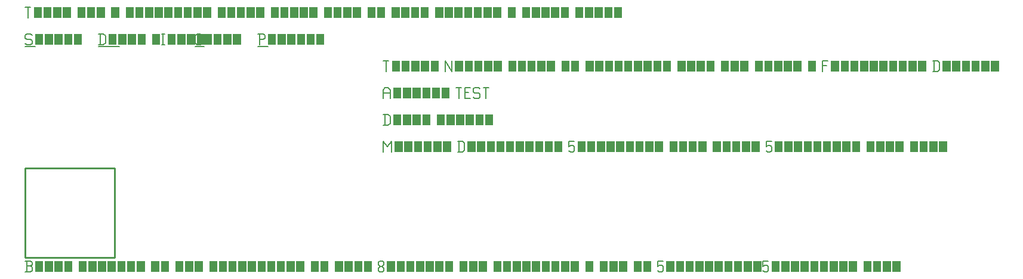
<source format=gbr>
G04 start of page 4 for group -1 layer_idx 268435461 *
G04 Title: Normal lines at different size and angle, <virtual group> *
G04 Creator: <version>
G04 CreationDate: <date>
G04 For: TEST *
G04 Format: Gerber/RS-274X *
G04 PCB-Dimensions: 50000 50000 *
G04 PCB-Coordinate-Origin: lower left *
%MOIN*%
%FSLAX25Y25*%
%LNLOGICAL_VIRTUAL_FAB_NONE*%
%ADD18C,0.0100*%
%ADD17C,0.0001*%
%ADD16C,0.0060*%
G54D16*X3000Y125000D02*X3750Y124250D01*
X750Y125000D02*X3000D01*
X0Y124250D02*X750Y125000D01*
X0Y124250D02*Y122750D01*
X750Y122000D01*
X3000D01*
X3750Y121250D01*
Y119750D01*
X3000Y119000D02*X3750Y119750D01*
X750Y119000D02*X3000D01*
X0Y119750D02*X750Y119000D01*
G54D17*G36*
X5550Y125000D02*X10050D01*
Y119000D01*
X5550D01*
Y125000D01*
G37*
G36*
X10950D02*X15450D01*
Y119000D01*
X10950D01*
Y125000D01*
G37*
G36*
X16350D02*X20850D01*
Y119000D01*
X16350D01*
Y125000D01*
G37*
G36*
X21750D02*X26250D01*
Y119000D01*
X21750D01*
Y125000D01*
G37*
G36*
X27150D02*X31650D01*
Y119000D01*
X27150D01*
Y125000D01*
G37*
G54D16*X0Y118000D02*X5550D01*
X41750Y125000D02*Y119000D01*
X43700Y125000D02*X44750Y123950D01*
Y120050D01*
X43700Y119000D02*X44750Y120050D01*
X41000Y119000D02*X43700D01*
X41000Y125000D02*X43700D01*
G54D17*G36*
X46550D02*X51050D01*
Y119000D01*
X46550D01*
Y125000D01*
G37*
G36*
X51950D02*X56450D01*
Y119000D01*
X51950D01*
Y125000D01*
G37*
G36*
X57350D02*X61850D01*
Y119000D01*
X57350D01*
Y125000D01*
G37*
G36*
X62750D02*X67250D01*
Y119000D01*
X62750D01*
Y125000D01*
G37*
G36*
X70850D02*X75350D01*
Y119000D01*
X70850D01*
Y125000D01*
G37*
G54D16*X76250D02*X77750D01*
X77000D02*Y119000D01*
X76250D02*X77750D01*
G54D17*G36*
X79550Y125000D02*X84050D01*
Y119000D01*
X79550D01*
Y125000D01*
G37*
G36*
X84950D02*X89450D01*
Y119000D01*
X84950D01*
Y125000D01*
G37*
G36*
X90350D02*X94850D01*
Y119000D01*
X90350D01*
Y125000D01*
G37*
G36*
X95750D02*X100250D01*
Y119000D01*
X95750D01*
Y125000D01*
G37*
G54D16*X41000Y118000D02*X52550D01*
X96050Y119000D02*X98000D01*
X95000Y120050D02*X96050Y119000D01*
X95000Y123950D02*Y120050D01*
Y123950D02*X96050Y125000D01*
X98000D01*
G54D17*G36*
X99800D02*X104300D01*
Y119000D01*
X99800D01*
Y125000D01*
G37*
G36*
X105200D02*X109700D01*
Y119000D01*
X105200D01*
Y125000D01*
G37*
G36*
X110600D02*X115100D01*
Y119000D01*
X110600D01*
Y125000D01*
G37*
G36*
X116000D02*X120500D01*
Y119000D01*
X116000D01*
Y125000D01*
G37*
G54D16*X95000Y118000D02*X99800D01*
X130750Y125000D02*Y119000D01*
X130000Y125000D02*X133000D01*
X133750Y124250D01*
Y122750D01*
X133000Y122000D02*X133750Y122750D01*
X130750Y122000D02*X133000D01*
G54D17*G36*
X135550Y125000D02*X140050D01*
Y119000D01*
X135550D01*
Y125000D01*
G37*
G36*
X140950D02*X145450D01*
Y119000D01*
X140950D01*
Y125000D01*
G37*
G36*
X146350D02*X150850D01*
Y119000D01*
X146350D01*
Y125000D01*
G37*
G36*
X151750D02*X156250D01*
Y119000D01*
X151750D01*
Y125000D01*
G37*
G36*
X157150D02*X161650D01*
Y119000D01*
X157150D01*
Y125000D01*
G37*
G36*
X162550D02*X167050D01*
Y119000D01*
X162550D01*
Y125000D01*
G37*
G54D16*X130000Y118000D02*X135550D01*
X0Y140000D02*X3000D01*
X1500D02*Y134000D01*
G54D17*G36*
X4800Y140000D02*X9300D01*
Y134000D01*
X4800D01*
Y140000D01*
G37*
G36*
X10200D02*X14700D01*
Y134000D01*
X10200D01*
Y140000D01*
G37*
G36*
X15600D02*X20100D01*
Y134000D01*
X15600D01*
Y140000D01*
G37*
G36*
X21000D02*X25500D01*
Y134000D01*
X21000D01*
Y140000D01*
G37*
G36*
X29100D02*X33600D01*
Y134000D01*
X29100D01*
Y140000D01*
G37*
G36*
X34500D02*X39000D01*
Y134000D01*
X34500D01*
Y140000D01*
G37*
G36*
X39900D02*X44400D01*
Y134000D01*
X39900D01*
Y140000D01*
G37*
G36*
X48000D02*X52500D01*
Y134000D01*
X48000D01*
Y140000D01*
G37*
G36*
X56100D02*X60600D01*
Y134000D01*
X56100D01*
Y140000D01*
G37*
G36*
X61500D02*X66000D01*
Y134000D01*
X61500D01*
Y140000D01*
G37*
G36*
X66900D02*X71400D01*
Y134000D01*
X66900D01*
Y140000D01*
G37*
G36*
X72300D02*X76800D01*
Y134000D01*
X72300D01*
Y140000D01*
G37*
G36*
X77700D02*X82200D01*
Y134000D01*
X77700D01*
Y140000D01*
G37*
G36*
X83100D02*X87600D01*
Y134000D01*
X83100D01*
Y140000D01*
G37*
G36*
X88500D02*X93000D01*
Y134000D01*
X88500D01*
Y140000D01*
G37*
G36*
X93900D02*X98400D01*
Y134000D01*
X93900D01*
Y140000D01*
G37*
G36*
X99300D02*X103800D01*
Y134000D01*
X99300D01*
Y140000D01*
G37*
G36*
X107400D02*X111900D01*
Y134000D01*
X107400D01*
Y140000D01*
G37*
G36*
X112800D02*X117300D01*
Y134000D01*
X112800D01*
Y140000D01*
G37*
G36*
X118200D02*X122700D01*
Y134000D01*
X118200D01*
Y140000D01*
G37*
G36*
X123600D02*X128100D01*
Y134000D01*
X123600D01*
Y140000D01*
G37*
G36*
X129000D02*X133500D01*
Y134000D01*
X129000D01*
Y140000D01*
G37*
G36*
X137100D02*X141600D01*
Y134000D01*
X137100D01*
Y140000D01*
G37*
G36*
X142500D02*X147000D01*
Y134000D01*
X142500D01*
Y140000D01*
G37*
G36*
X147900D02*X152400D01*
Y134000D01*
X147900D01*
Y140000D01*
G37*
G36*
X153300D02*X157800D01*
Y134000D01*
X153300D01*
Y140000D01*
G37*
G36*
X158700D02*X163200D01*
Y134000D01*
X158700D01*
Y140000D01*
G37*
G36*
X166800D02*X171300D01*
Y134000D01*
X166800D01*
Y140000D01*
G37*
G36*
X172200D02*X176700D01*
Y134000D01*
X172200D01*
Y140000D01*
G37*
G36*
X177600D02*X182100D01*
Y134000D01*
X177600D01*
Y140000D01*
G37*
G36*
X183000D02*X187500D01*
Y134000D01*
X183000D01*
Y140000D01*
G37*
G36*
X191100D02*X195600D01*
Y134000D01*
X191100D01*
Y140000D01*
G37*
G36*
X196500D02*X201000D01*
Y134000D01*
X196500D01*
Y140000D01*
G37*
G36*
X204600D02*X209100D01*
Y134000D01*
X204600D01*
Y140000D01*
G37*
G36*
X210000D02*X214500D01*
Y134000D01*
X210000D01*
Y140000D01*
G37*
G36*
X215400D02*X219900D01*
Y134000D01*
X215400D01*
Y140000D01*
G37*
G36*
X220800D02*X225300D01*
Y134000D01*
X220800D01*
Y140000D01*
G37*
G36*
X228900D02*X233400D01*
Y134000D01*
X228900D01*
Y140000D01*
G37*
G36*
X234300D02*X238800D01*
Y134000D01*
X234300D01*
Y140000D01*
G37*
G36*
X239700D02*X244200D01*
Y134000D01*
X239700D01*
Y140000D01*
G37*
G36*
X245100D02*X249600D01*
Y134000D01*
X245100D01*
Y140000D01*
G37*
G36*
X250500D02*X255000D01*
Y134000D01*
X250500D01*
Y140000D01*
G37*
G36*
X255900D02*X260400D01*
Y134000D01*
X255900D01*
Y140000D01*
G37*
G36*
X261300D02*X265800D01*
Y134000D01*
X261300D01*
Y140000D01*
G37*
G36*
X269400D02*X273900D01*
Y134000D01*
X269400D01*
Y140000D01*
G37*
G36*
X277500D02*X282000D01*
Y134000D01*
X277500D01*
Y140000D01*
G37*
G36*
X282900D02*X287400D01*
Y134000D01*
X282900D01*
Y140000D01*
G37*
G36*
X288300D02*X292800D01*
Y134000D01*
X288300D01*
Y140000D01*
G37*
G36*
X293700D02*X298200D01*
Y134000D01*
X293700D01*
Y140000D01*
G37*
G36*
X299100D02*X303600D01*
Y134000D01*
X299100D01*
Y140000D01*
G37*
G36*
X307200D02*X311700D01*
Y134000D01*
X307200D01*
Y140000D01*
G37*
G36*
X312600D02*X317100D01*
Y134000D01*
X312600D01*
Y140000D01*
G37*
G36*
X318000D02*X322500D01*
Y134000D01*
X318000D01*
Y140000D01*
G37*
G36*
X323400D02*X327900D01*
Y134000D01*
X323400D01*
Y140000D01*
G37*
G36*
X328800D02*X333300D01*
Y134000D01*
X328800D01*
Y140000D01*
G37*
G54D18*X0Y50000D02*X50000D01*
X0D02*Y0D01*
X50000Y50000D02*Y0D01*
X0D02*X50000D01*
G54D16*X200000Y65000D02*Y59000D01*
Y65000D02*X202250Y62000D01*
X204500Y65000D01*
Y59000D01*
G54D17*G36*
X206300Y65000D02*X210800D01*
Y59000D01*
X206300D01*
Y65000D01*
G37*
G36*
X211700D02*X216200D01*
Y59000D01*
X211700D01*
Y65000D01*
G37*
G36*
X217100D02*X221600D01*
Y59000D01*
X217100D01*
Y65000D01*
G37*
G36*
X222500D02*X227000D01*
Y59000D01*
X222500D01*
Y65000D01*
G37*
G36*
X227900D02*X232400D01*
Y59000D01*
X227900D01*
Y65000D01*
G37*
G36*
X233300D02*X237800D01*
Y59000D01*
X233300D01*
Y65000D01*
G37*
G54D16*X242150D02*Y59000D01*
X244100Y65000D02*X245150Y63950D01*
Y60050D01*
X244100Y59000D02*X245150Y60050D01*
X241400Y59000D02*X244100D01*
X241400Y65000D02*X244100D01*
G54D17*G36*
X246950D02*X251450D01*
Y59000D01*
X246950D01*
Y65000D01*
G37*
G36*
X252350D02*X256850D01*
Y59000D01*
X252350D01*
Y65000D01*
G37*
G36*
X257750D02*X262250D01*
Y59000D01*
X257750D01*
Y65000D01*
G37*
G36*
X263150D02*X267650D01*
Y59000D01*
X263150D01*
Y65000D01*
G37*
G36*
X268550D02*X273050D01*
Y59000D01*
X268550D01*
Y65000D01*
G37*
G36*
X273950D02*X278450D01*
Y59000D01*
X273950D01*
Y65000D01*
G37*
G36*
X279350D02*X283850D01*
Y59000D01*
X279350D01*
Y65000D01*
G37*
G36*
X284750D02*X289250D01*
Y59000D01*
X284750D01*
Y65000D01*
G37*
G36*
X290150D02*X294650D01*
Y59000D01*
X290150D01*
Y65000D01*
G37*
G36*
X295550D02*X300050D01*
Y59000D01*
X295550D01*
Y65000D01*
G37*
G54D16*X303650D02*X306650D01*
X303650D02*Y62000D01*
X304400Y62750D01*
X305900D01*
X306650Y62000D01*
Y59750D01*
X305900Y59000D02*X306650Y59750D01*
X304400Y59000D02*X305900D01*
X303650Y59750D02*X304400Y59000D01*
G54D17*G36*
X308450Y65000D02*X312950D01*
Y59000D01*
X308450D01*
Y65000D01*
G37*
G36*
X313850D02*X318350D01*
Y59000D01*
X313850D01*
Y65000D01*
G37*
G36*
X319250D02*X323750D01*
Y59000D01*
X319250D01*
Y65000D01*
G37*
G36*
X324650D02*X329150D01*
Y59000D01*
X324650D01*
Y65000D01*
G37*
G36*
X330050D02*X334550D01*
Y59000D01*
X330050D01*
Y65000D01*
G37*
G36*
X335450D02*X339950D01*
Y59000D01*
X335450D01*
Y65000D01*
G37*
G36*
X340850D02*X345350D01*
Y59000D01*
X340850D01*
Y65000D01*
G37*
G36*
X346250D02*X350750D01*
Y59000D01*
X346250D01*
Y65000D01*
G37*
G36*
X351650D02*X356150D01*
Y59000D01*
X351650D01*
Y65000D01*
G37*
G36*
X359750D02*X364250D01*
Y59000D01*
X359750D01*
Y65000D01*
G37*
G36*
X365150D02*X369650D01*
Y59000D01*
X365150D01*
Y65000D01*
G37*
G36*
X370550D02*X375050D01*
Y59000D01*
X370550D01*
Y65000D01*
G37*
G36*
X375950D02*X380450D01*
Y59000D01*
X375950D01*
Y65000D01*
G37*
G36*
X384050D02*X388550D01*
Y59000D01*
X384050D01*
Y65000D01*
G37*
G36*
X389450D02*X393950D01*
Y59000D01*
X389450D01*
Y65000D01*
G37*
G36*
X394850D02*X399350D01*
Y59000D01*
X394850D01*
Y65000D01*
G37*
G36*
X400250D02*X404750D01*
Y59000D01*
X400250D01*
Y65000D01*
G37*
G36*
X405650D02*X410150D01*
Y59000D01*
X405650D01*
Y65000D01*
G37*
G54D16*X413750D02*X416750D01*
X413750D02*Y62000D01*
X414500Y62750D01*
X416000D01*
X416750Y62000D01*
Y59750D01*
X416000Y59000D02*X416750Y59750D01*
X414500Y59000D02*X416000D01*
X413750Y59750D02*X414500Y59000D01*
G54D17*G36*
X418550Y65000D02*X423050D01*
Y59000D01*
X418550D01*
Y65000D01*
G37*
G36*
X423950D02*X428450D01*
Y59000D01*
X423950D01*
Y65000D01*
G37*
G36*
X429350D02*X433850D01*
Y59000D01*
X429350D01*
Y65000D01*
G37*
G36*
X434750D02*X439250D01*
Y59000D01*
X434750D01*
Y65000D01*
G37*
G36*
X440150D02*X444650D01*
Y59000D01*
X440150D01*
Y65000D01*
G37*
G36*
X445550D02*X450050D01*
Y59000D01*
X445550D01*
Y65000D01*
G37*
G36*
X450950D02*X455450D01*
Y59000D01*
X450950D01*
Y65000D01*
G37*
G36*
X456350D02*X460850D01*
Y59000D01*
X456350D01*
Y65000D01*
G37*
G36*
X461750D02*X466250D01*
Y59000D01*
X461750D01*
Y65000D01*
G37*
G36*
X469850D02*X474350D01*
Y59000D01*
X469850D01*
Y65000D01*
G37*
G36*
X475250D02*X479750D01*
Y59000D01*
X475250D01*
Y65000D01*
G37*
G36*
X480650D02*X485150D01*
Y59000D01*
X480650D01*
Y65000D01*
G37*
G36*
X486050D02*X490550D01*
Y59000D01*
X486050D01*
Y65000D01*
G37*
G36*
X494150D02*X498650D01*
Y59000D01*
X494150D01*
Y65000D01*
G37*
G36*
X499550D02*X504050D01*
Y59000D01*
X499550D01*
Y65000D01*
G37*
G36*
X504950D02*X509450D01*
Y59000D01*
X504950D01*
Y65000D01*
G37*
G36*
X510350D02*X514850D01*
Y59000D01*
X510350D01*
Y65000D01*
G37*
G54D16*X0Y-8000D02*X3000D01*
X3750Y-7250D01*
Y-5450D02*Y-7250D01*
X3000Y-4700D02*X3750Y-5450D01*
X750Y-4700D02*X3000D01*
X750Y-2000D02*Y-8000D01*
X0Y-2000D02*X3000D01*
X3750Y-2750D01*
Y-3950D01*
X3000Y-4700D02*X3750Y-3950D01*
G54D17*G36*
X5550Y-2000D02*X10050D01*
Y-8000D01*
X5550D01*
Y-2000D01*
G37*
G36*
X10950D02*X15450D01*
Y-8000D01*
X10950D01*
Y-2000D01*
G37*
G36*
X16350D02*X20850D01*
Y-8000D01*
X16350D01*
Y-2000D01*
G37*
G36*
X21750D02*X26250D01*
Y-8000D01*
X21750D01*
Y-2000D01*
G37*
G36*
X29850D02*X34350D01*
Y-8000D01*
X29850D01*
Y-2000D01*
G37*
G36*
X35250D02*X39750D01*
Y-8000D01*
X35250D01*
Y-2000D01*
G37*
G36*
X40650D02*X45150D01*
Y-8000D01*
X40650D01*
Y-2000D01*
G37*
G36*
X46050D02*X50550D01*
Y-8000D01*
X46050D01*
Y-2000D01*
G37*
G36*
X51450D02*X55950D01*
Y-8000D01*
X51450D01*
Y-2000D01*
G37*
G36*
X56850D02*X61350D01*
Y-8000D01*
X56850D01*
Y-2000D01*
G37*
G36*
X62250D02*X66750D01*
Y-8000D01*
X62250D01*
Y-2000D01*
G37*
G36*
X70350D02*X74850D01*
Y-8000D01*
X70350D01*
Y-2000D01*
G37*
G36*
X75750D02*X80250D01*
Y-8000D01*
X75750D01*
Y-2000D01*
G37*
G36*
X83850D02*X88350D01*
Y-8000D01*
X83850D01*
Y-2000D01*
G37*
G36*
X89250D02*X93750D01*
Y-8000D01*
X89250D01*
Y-2000D01*
G37*
G36*
X94650D02*X99150D01*
Y-8000D01*
X94650D01*
Y-2000D01*
G37*
G36*
X102750D02*X107250D01*
Y-8000D01*
X102750D01*
Y-2000D01*
G37*
G36*
X108150D02*X112650D01*
Y-8000D01*
X108150D01*
Y-2000D01*
G37*
G36*
X113550D02*X118050D01*
Y-8000D01*
X113550D01*
Y-2000D01*
G37*
G36*
X118950D02*X123450D01*
Y-8000D01*
X118950D01*
Y-2000D01*
G37*
G36*
X124350D02*X128850D01*
Y-8000D01*
X124350D01*
Y-2000D01*
G37*
G36*
X129750D02*X134250D01*
Y-8000D01*
X129750D01*
Y-2000D01*
G37*
G36*
X135150D02*X139650D01*
Y-8000D01*
X135150D01*
Y-2000D01*
G37*
G36*
X140550D02*X145050D01*
Y-8000D01*
X140550D01*
Y-2000D01*
G37*
G36*
X145950D02*X150450D01*
Y-8000D01*
X145950D01*
Y-2000D01*
G37*
G36*
X151350D02*X155850D01*
Y-8000D01*
X151350D01*
Y-2000D01*
G37*
G36*
X159450D02*X163950D01*
Y-8000D01*
X159450D01*
Y-2000D01*
G37*
G36*
X164850D02*X169350D01*
Y-8000D01*
X164850D01*
Y-2000D01*
G37*
G36*
X172950D02*X177450D01*
Y-8000D01*
X172950D01*
Y-2000D01*
G37*
G36*
X178350D02*X182850D01*
Y-8000D01*
X178350D01*
Y-2000D01*
G37*
G36*
X183750D02*X188250D01*
Y-8000D01*
X183750D01*
Y-2000D01*
G37*
G36*
X189150D02*X193650D01*
Y-8000D01*
X189150D01*
Y-2000D01*
G37*
G54D16*X197250Y-7250D02*X198000Y-8000D01*
X197250Y-6050D02*Y-7250D01*
Y-6050D02*X198300Y-5000D01*
X199200D01*
X200250Y-6050D01*
Y-7250D01*
X199500Y-8000D02*X200250Y-7250D01*
X198000Y-8000D02*X199500D01*
X197250Y-3950D02*X198300Y-5000D01*
X197250Y-2750D02*Y-3950D01*
Y-2750D02*X198000Y-2000D01*
X199500D01*
X200250Y-2750D01*
Y-3950D01*
X199200Y-5000D02*X200250Y-3950D01*
G54D17*G36*
X202050Y-2000D02*X206550D01*
Y-8000D01*
X202050D01*
Y-2000D01*
G37*
G36*
X207450D02*X211950D01*
Y-8000D01*
X207450D01*
Y-2000D01*
G37*
G36*
X212850D02*X217350D01*
Y-8000D01*
X212850D01*
Y-2000D01*
G37*
G36*
X218250D02*X222750D01*
Y-8000D01*
X218250D01*
Y-2000D01*
G37*
G36*
X223650D02*X228150D01*
Y-8000D01*
X223650D01*
Y-2000D01*
G37*
G36*
X229050D02*X233550D01*
Y-8000D01*
X229050D01*
Y-2000D01*
G37*
G36*
X234450D02*X238950D01*
Y-8000D01*
X234450D01*
Y-2000D01*
G37*
G36*
X242550D02*X247050D01*
Y-8000D01*
X242550D01*
Y-2000D01*
G37*
G36*
X247950D02*X252450D01*
Y-8000D01*
X247950D01*
Y-2000D01*
G37*
G36*
X253350D02*X257850D01*
Y-8000D01*
X253350D01*
Y-2000D01*
G37*
G36*
X261450D02*X265950D01*
Y-8000D01*
X261450D01*
Y-2000D01*
G37*
G36*
X266850D02*X271350D01*
Y-8000D01*
X266850D01*
Y-2000D01*
G37*
G36*
X272250D02*X276750D01*
Y-8000D01*
X272250D01*
Y-2000D01*
G37*
G36*
X277650D02*X282150D01*
Y-8000D01*
X277650D01*
Y-2000D01*
G37*
G36*
X283050D02*X287550D01*
Y-8000D01*
X283050D01*
Y-2000D01*
G37*
G36*
X288450D02*X292950D01*
Y-8000D01*
X288450D01*
Y-2000D01*
G37*
G36*
X293850D02*X298350D01*
Y-8000D01*
X293850D01*
Y-2000D01*
G37*
G36*
X299250D02*X303750D01*
Y-8000D01*
X299250D01*
Y-2000D01*
G37*
G36*
X304650D02*X309150D01*
Y-8000D01*
X304650D01*
Y-2000D01*
G37*
G36*
X312750D02*X317250D01*
Y-8000D01*
X312750D01*
Y-2000D01*
G37*
G36*
X320850D02*X325350D01*
Y-8000D01*
X320850D01*
Y-2000D01*
G37*
G36*
X326250D02*X330750D01*
Y-8000D01*
X326250D01*
Y-2000D01*
G37*
G36*
X331650D02*X336150D01*
Y-8000D01*
X331650D01*
Y-2000D01*
G37*
G36*
X339750D02*X344250D01*
Y-8000D01*
X339750D01*
Y-2000D01*
G37*
G36*
X345150D02*X349650D01*
Y-8000D01*
X345150D01*
Y-2000D01*
G37*
G54D16*X353250D02*X356250D01*
X353250D02*Y-5000D01*
X354000Y-4250D01*
X355500D01*
X356250Y-5000D01*
Y-7250D01*
X355500Y-8000D02*X356250Y-7250D01*
X354000Y-8000D02*X355500D01*
X353250Y-7250D02*X354000Y-8000D01*
G54D17*G36*
X358050Y-2000D02*X362550D01*
Y-8000D01*
X358050D01*
Y-2000D01*
G37*
G36*
X363450D02*X367950D01*
Y-8000D01*
X363450D01*
Y-2000D01*
G37*
G36*
X368850D02*X373350D01*
Y-8000D01*
X368850D01*
Y-2000D01*
G37*
G36*
X374250D02*X378750D01*
Y-8000D01*
X374250D01*
Y-2000D01*
G37*
G36*
X379650D02*X384150D01*
Y-8000D01*
X379650D01*
Y-2000D01*
G37*
G36*
X385050D02*X389550D01*
Y-8000D01*
X385050D01*
Y-2000D01*
G37*
G36*
X390450D02*X394950D01*
Y-8000D01*
X390450D01*
Y-2000D01*
G37*
G36*
X395850D02*X400350D01*
Y-8000D01*
X395850D01*
Y-2000D01*
G37*
G36*
X401250D02*X405750D01*
Y-8000D01*
X401250D01*
Y-2000D01*
G37*
G36*
X406650D02*X411150D01*
Y-8000D01*
X406650D01*
Y-2000D01*
G37*
G54D16*X412050D02*X415050D01*
X412050D02*Y-5000D01*
X412800Y-4250D01*
X414300D01*
X415050Y-5000D01*
Y-7250D01*
X414300Y-8000D02*X415050Y-7250D01*
X412800Y-8000D02*X414300D01*
X412050Y-7250D02*X412800Y-8000D01*
G54D17*G36*
X416850Y-2000D02*X421350D01*
Y-8000D01*
X416850D01*
Y-2000D01*
G37*
G36*
X422250D02*X426750D01*
Y-8000D01*
X422250D01*
Y-2000D01*
G37*
G36*
X427650D02*X432150D01*
Y-8000D01*
X427650D01*
Y-2000D01*
G37*
G36*
X433050D02*X437550D01*
Y-8000D01*
X433050D01*
Y-2000D01*
G37*
G36*
X438450D02*X442950D01*
Y-8000D01*
X438450D01*
Y-2000D01*
G37*
G36*
X443850D02*X448350D01*
Y-8000D01*
X443850D01*
Y-2000D01*
G37*
G36*
X449250D02*X453750D01*
Y-8000D01*
X449250D01*
Y-2000D01*
G37*
G36*
X454650D02*X459150D01*
Y-8000D01*
X454650D01*
Y-2000D01*
G37*
G36*
X460050D02*X464550D01*
Y-8000D01*
X460050D01*
Y-2000D01*
G37*
G36*
X468150D02*X472650D01*
Y-8000D01*
X468150D01*
Y-2000D01*
G37*
G36*
X473550D02*X478050D01*
Y-8000D01*
X473550D01*
Y-2000D01*
G37*
G36*
X478950D02*X483450D01*
Y-8000D01*
X478950D01*
Y-2000D01*
G37*
G36*
X484350D02*X488850D01*
Y-8000D01*
X484350D01*
Y-2000D01*
G37*
G54D16*X200750Y80000D02*Y74000D01*
X202700Y80000D02*X203750Y78950D01*
Y75050D01*
X202700Y74000D02*X203750Y75050D01*
X200000Y74000D02*X202700D01*
X200000Y80000D02*X202700D01*
G54D17*G36*
X205550D02*X210050D01*
Y74000D01*
X205550D01*
Y80000D01*
G37*
G36*
X210950D02*X215450D01*
Y74000D01*
X210950D01*
Y80000D01*
G37*
G36*
X216350D02*X220850D01*
Y74000D01*
X216350D01*
Y80000D01*
G37*
G36*
X221750D02*X226250D01*
Y74000D01*
X221750D01*
Y80000D01*
G37*
G36*
X229850D02*X234350D01*
Y74000D01*
X229850D01*
Y80000D01*
G37*
G36*
X235250D02*X239750D01*
Y74000D01*
X235250D01*
Y80000D01*
G37*
G36*
X240650D02*X245150D01*
Y74000D01*
X240650D01*
Y80000D01*
G37*
G36*
X246050D02*X250550D01*
Y74000D01*
X246050D01*
Y80000D01*
G37*
G36*
X251450D02*X255950D01*
Y74000D01*
X251450D01*
Y80000D01*
G37*
G36*
X256850D02*X261350D01*
Y74000D01*
X256850D01*
Y80000D01*
G37*
G54D16*X200000Y93500D02*Y89000D01*
Y93500D02*X201050Y95000D01*
X202700D01*
X203750Y93500D01*
Y89000D01*
X200000Y92000D02*X203750D01*
G54D17*G36*
X205550Y95000D02*X210050D01*
Y89000D01*
X205550D01*
Y95000D01*
G37*
G36*
X210950D02*X215450D01*
Y89000D01*
X210950D01*
Y95000D01*
G37*
G36*
X216350D02*X220850D01*
Y89000D01*
X216350D01*
Y95000D01*
G37*
G36*
X221750D02*X226250D01*
Y89000D01*
X221750D01*
Y95000D01*
G37*
G36*
X227150D02*X231650D01*
Y89000D01*
X227150D01*
Y95000D01*
G37*
G36*
X232550D02*X237050D01*
Y89000D01*
X232550D01*
Y95000D01*
G37*
G54D16*X240650D02*X243650D01*
X242150D02*Y89000D01*
X245450Y92300D02*X247700D01*
X245450Y89000D02*X248450D01*
X245450Y95000D02*Y89000D01*
Y95000D02*X248450D01*
X253250D02*X254000Y94250D01*
X251000Y95000D02*X253250D01*
X250250Y94250D02*X251000Y95000D01*
X250250Y94250D02*Y92750D01*
X251000Y92000D01*
X253250D01*
X254000Y91250D01*
Y89750D01*
X253250Y89000D02*X254000Y89750D01*
X251000Y89000D02*X253250D01*
X250250Y89750D02*X251000Y89000D01*
X255800Y95000D02*X258800D01*
X257300D02*Y89000D01*
X200000Y110000D02*X203000D01*
X201500D02*Y104000D01*
G54D17*G36*
X204800Y110000D02*X209300D01*
Y104000D01*
X204800D01*
Y110000D01*
G37*
G36*
X210200D02*X214700D01*
Y104000D01*
X210200D01*
Y110000D01*
G37*
G36*
X215600D02*X220100D01*
Y104000D01*
X215600D01*
Y110000D01*
G37*
G36*
X221000D02*X225500D01*
Y104000D01*
X221000D01*
Y110000D01*
G37*
G36*
X226400D02*X230900D01*
Y104000D01*
X226400D01*
Y110000D01*
G37*
G54D16*X234500D02*Y104000D01*
Y110000D02*X238250Y104000D01*
Y110000D02*Y104000D01*
G54D17*G36*
X240050Y110000D02*X244550D01*
Y104000D01*
X240050D01*
Y110000D01*
G37*
G36*
X245450D02*X249950D01*
Y104000D01*
X245450D01*
Y110000D01*
G37*
G36*
X250850D02*X255350D01*
Y104000D01*
X250850D01*
Y110000D01*
G37*
G36*
X256250D02*X260750D01*
Y104000D01*
X256250D01*
Y110000D01*
G37*
G36*
X261650D02*X266150D01*
Y104000D01*
X261650D01*
Y110000D01*
G37*
G36*
X269750D02*X274250D01*
Y104000D01*
X269750D01*
Y110000D01*
G37*
G36*
X275150D02*X279650D01*
Y104000D01*
X275150D01*
Y110000D01*
G37*
G36*
X280550D02*X285050D01*
Y104000D01*
X280550D01*
Y110000D01*
G37*
G36*
X285950D02*X290450D01*
Y104000D01*
X285950D01*
Y110000D01*
G37*
G36*
X291350D02*X295850D01*
Y104000D01*
X291350D01*
Y110000D01*
G37*
G36*
X299450D02*X303950D01*
Y104000D01*
X299450D01*
Y110000D01*
G37*
G36*
X304850D02*X309350D01*
Y104000D01*
X304850D01*
Y110000D01*
G37*
G36*
X312950D02*X317450D01*
Y104000D01*
X312950D01*
Y110000D01*
G37*
G36*
X318350D02*X322850D01*
Y104000D01*
X318350D01*
Y110000D01*
G37*
G36*
X323750D02*X328250D01*
Y104000D01*
X323750D01*
Y110000D01*
G37*
G36*
X329150D02*X333650D01*
Y104000D01*
X329150D01*
Y110000D01*
G37*
G36*
X334550D02*X339050D01*
Y104000D01*
X334550D01*
Y110000D01*
G37*
G36*
X339950D02*X344450D01*
Y104000D01*
X339950D01*
Y110000D01*
G37*
G36*
X345350D02*X349850D01*
Y104000D01*
X345350D01*
Y110000D01*
G37*
G36*
X350750D02*X355250D01*
Y104000D01*
X350750D01*
Y110000D01*
G37*
G36*
X356150D02*X360650D01*
Y104000D01*
X356150D01*
Y110000D01*
G37*
G36*
X364250D02*X368750D01*
Y104000D01*
X364250D01*
Y110000D01*
G37*
G36*
X369650D02*X374150D01*
Y104000D01*
X369650D01*
Y110000D01*
G37*
G36*
X375050D02*X379550D01*
Y104000D01*
X375050D01*
Y110000D01*
G37*
G36*
X380450D02*X384950D01*
Y104000D01*
X380450D01*
Y110000D01*
G37*
G36*
X388550D02*X393050D01*
Y104000D01*
X388550D01*
Y110000D01*
G37*
G36*
X393950D02*X398450D01*
Y104000D01*
X393950D01*
Y110000D01*
G37*
G36*
X399350D02*X403850D01*
Y104000D01*
X399350D01*
Y110000D01*
G37*
G36*
X407450D02*X411950D01*
Y104000D01*
X407450D01*
Y110000D01*
G37*
G36*
X412850D02*X417350D01*
Y104000D01*
X412850D01*
Y110000D01*
G37*
G36*
X418250D02*X422750D01*
Y104000D01*
X418250D01*
Y110000D01*
G37*
G36*
X423650D02*X428150D01*
Y104000D01*
X423650D01*
Y110000D01*
G37*
G36*
X429050D02*X433550D01*
Y104000D01*
X429050D01*
Y110000D01*
G37*
G36*
X437150D02*X441650D01*
Y104000D01*
X437150D01*
Y110000D01*
G37*
G54D16*X445250D02*Y104000D01*
Y110000D02*X448250D01*
X445250Y107300D02*X447500D01*
G54D17*G36*
X450050Y110000D02*X454550D01*
Y104000D01*
X450050D01*
Y110000D01*
G37*
G36*
X455450D02*X459950D01*
Y104000D01*
X455450D01*
Y110000D01*
G37*
G36*
X460850D02*X465350D01*
Y104000D01*
X460850D01*
Y110000D01*
G37*
G36*
X466250D02*X470750D01*
Y104000D01*
X466250D01*
Y110000D01*
G37*
G36*
X471650D02*X476150D01*
Y104000D01*
X471650D01*
Y110000D01*
G37*
G36*
X477050D02*X481550D01*
Y104000D01*
X477050D01*
Y110000D01*
G37*
G36*
X482450D02*X486950D01*
Y104000D01*
X482450D01*
Y110000D01*
G37*
G36*
X487850D02*X492350D01*
Y104000D01*
X487850D01*
Y110000D01*
G37*
G36*
X493250D02*X497750D01*
Y104000D01*
X493250D01*
Y110000D01*
G37*
G36*
X498650D02*X503150D01*
Y104000D01*
X498650D01*
Y110000D01*
G37*
G54D16*X507500D02*Y104000D01*
X509450Y110000D02*X510500Y108950D01*
Y105050D01*
X509450Y104000D02*X510500Y105050D01*
X506750Y104000D02*X509450D01*
X506750Y110000D02*X509450D01*
G54D17*G36*
X512300D02*X516800D01*
Y104000D01*
X512300D01*
Y110000D01*
G37*
G36*
X517700D02*X522200D01*
Y104000D01*
X517700D01*
Y110000D01*
G37*
G36*
X523100D02*X527600D01*
Y104000D01*
X523100D01*
Y110000D01*
G37*
G36*
X528500D02*X533000D01*
Y104000D01*
X528500D01*
Y110000D01*
G37*
G36*
X533900D02*X538400D01*
Y104000D01*
X533900D01*
Y110000D01*
G37*
G36*
X539300D02*X543800D01*
Y104000D01*
X539300D01*
Y110000D01*
G37*
M02*

</source>
